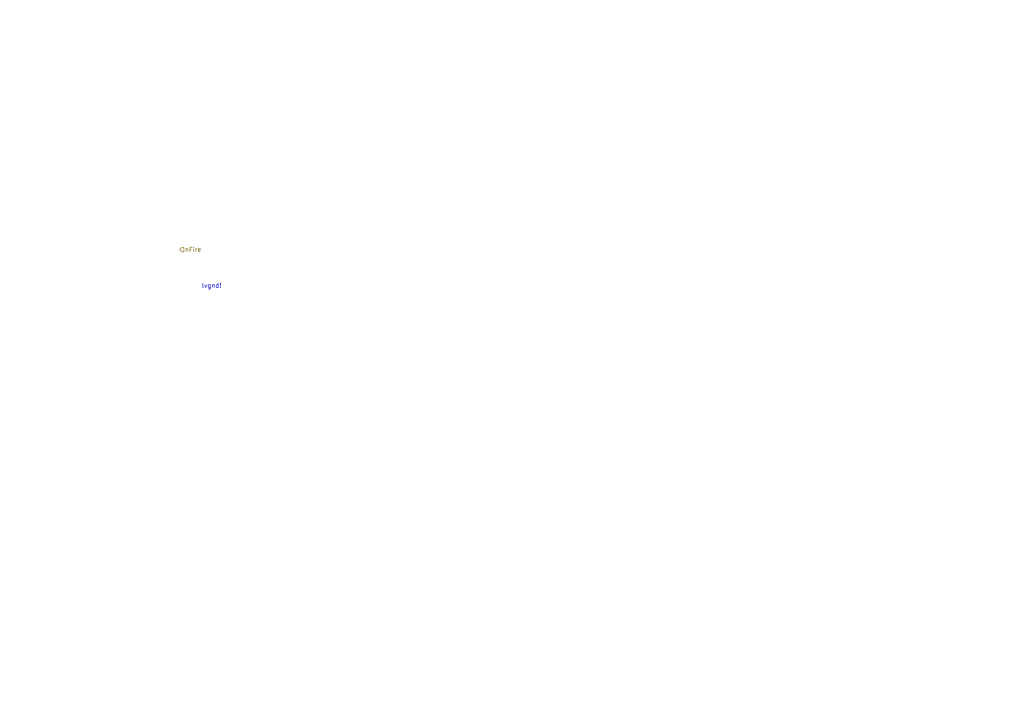
<source format=kicad_sch>
(kicad_sch (version 20230121) (generator eeschema)
  (paper "A4")
  (lib_symbols)
  (text "lvgnd!" (at 58.42 83.82 0) (effects (font (size 1.27 1.27)) (justify left bottom)))
  (hierarchical_label "nFire" (shape input) (at 52.07 72.39 0))
)
</source>
